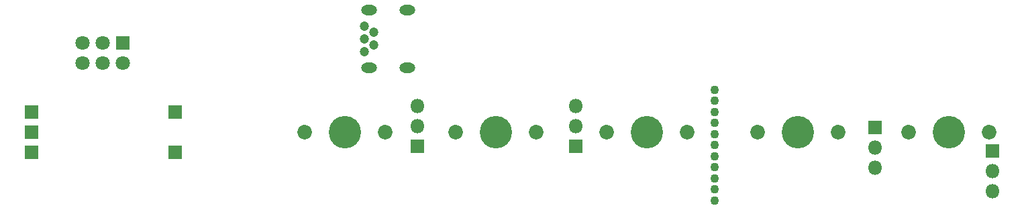
<source format=gbr>
%TF.GenerationSoftware,KiCad,Pcbnew,(5.1.5)-3*%
%TF.CreationDate,2021-05-14T13:57:35-05:00*%
%TF.ProjectId,Pikatea Macropad GB3,50696b61-7465-4612-904d-6163726f7061,rev?*%
%TF.SameCoordinates,Original*%
%TF.FileFunction,Soldermask,Bot*%
%TF.FilePolarity,Negative*%
%FSLAX46Y46*%
G04 Gerber Fmt 4.6, Leading zero omitted, Abs format (unit mm)*
G04 Created by KiCad (PCBNEW (5.1.5)-3) date 2021-05-14 13:57:35*
%MOMM*%
%LPD*%
G04 APERTURE LIST*
%ADD10C,1.100000*%
%ADD11C,1.800000*%
%ADD12R,1.800000X1.800000*%
%ADD13O,1.800000X1.800000*%
%ADD14C,1.850000*%
%ADD15C,4.087800*%
%ADD16O,2.000000X1.300000*%
%ADD17C,1.200000*%
G04 APERTURE END LIST*
D10*
%TO.C,J6*%
X177546000Y-99580000D03*
X177546000Y-113580000D03*
X177546000Y-112180000D03*
X177546000Y-110780000D03*
X177546000Y-109380000D03*
X177546000Y-107980000D03*
X177546000Y-100980000D03*
X177546000Y-102380000D03*
X177546000Y-103780000D03*
X177546000Y-105180000D03*
X177546000Y-106580000D03*
%TD*%
D11*
%TO.C,J1*%
X97810000Y-96240000D03*
X97810000Y-93700000D03*
X100350000Y-96240000D03*
X100350000Y-93700000D03*
X102890000Y-96240000D03*
D12*
X102890000Y-93700000D03*
%TD*%
D13*
%TO.C,J7*%
X160000000Y-101620000D03*
X160000000Y-104160000D03*
D12*
X160000000Y-106700000D03*
%TD*%
D13*
%TO.C,J3*%
X140000000Y-101620000D03*
X140000000Y-104160000D03*
D12*
X140000000Y-106700000D03*
%TD*%
D14*
%TO.C,MX5*%
X212130000Y-104920000D03*
X201970000Y-104920000D03*
D15*
X207050000Y-104920000D03*
%TD*%
D14*
%TO.C,MX4*%
X193080000Y-104920000D03*
X182920000Y-104920000D03*
D15*
X188000000Y-104920000D03*
%TD*%
D14*
%TO.C,MX3*%
X174030000Y-104920000D03*
X163870000Y-104920000D03*
D15*
X168950000Y-104920000D03*
%TD*%
D14*
%TO.C,MX2*%
X154980000Y-104920000D03*
X144820000Y-104920000D03*
D15*
X149900000Y-104920000D03*
%TD*%
D14*
%TO.C,MX1*%
X135930000Y-104920000D03*
X125770000Y-104920000D03*
D15*
X130850000Y-104920000D03*
%TD*%
D16*
%TO.C,J2*%
X133960000Y-89510000D03*
X133960000Y-96810000D03*
D17*
X133360000Y-94760000D03*
X134560000Y-93960000D03*
X133360000Y-93160000D03*
X134560000Y-92360000D03*
X133360000Y-91560000D03*
D16*
X138780000Y-96810000D03*
X138780000Y-89510000D03*
%TD*%
D13*
%TO.C,J4*%
X212598000Y-112395000D03*
X212598000Y-109855000D03*
D12*
X212598000Y-107315000D03*
%TD*%
D13*
%TO.C,J5*%
X197760000Y-109390000D03*
X197760000Y-106850000D03*
D12*
X197760000Y-104310000D03*
%TD*%
%TO.C,SW2*%
X109450000Y-102360000D03*
X109450000Y-107440000D03*
X91350000Y-104900000D03*
X91350000Y-102360000D03*
X91350000Y-107440000D03*
%TD*%
M02*

</source>
